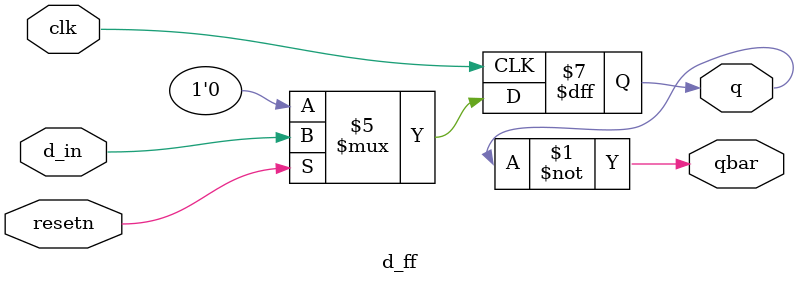
<source format=v>

module d_ff(clk,resetn,d_in,q,qbar);
input clk,resetn,d_in;
output reg q;
output qbar;
assign qbar = ~q;
always@(posedge clk) begin
if(!resetn)
q <= 0;
else 
q <= d_in;
end          
endmodule

</source>
